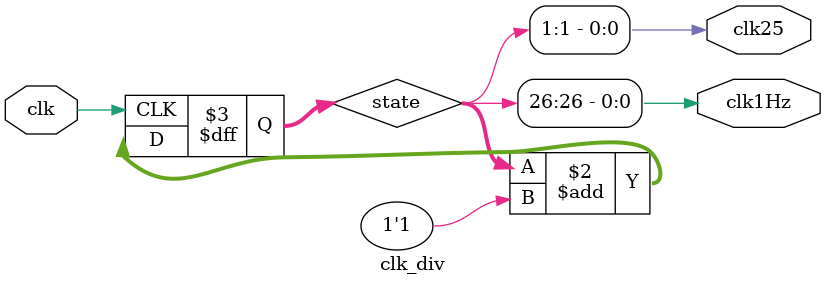
<source format=v>
`timescale 1ns / 1ps
 /* 
    Copyright (C) 2018 Tongtong, github IdlessChaya

    This program is free software; you can redistribute it and/or modify
    it under the terms of the GNU General Public License as published by
    the Free Software Foundation; either version 2 of the License, or
    (at your option) any later version.

    This program is distributed in the hope that it will be useful,
    but WITHOUT ANY WARRANTY; without even the implied warranty of
    MERCHANTABILITY or FITNESS FOR A PARTICULAR PURPOSE.  See the
    GNU General Public License for more details.

    You should have received a copy of the GNU General Public License along
    with this program; if not, write to the Free Software Foundation, Inc.,
    51 Franklin Street, Fifth Floor, Boston, MA 02110-1301 USA.
*/


module clk_div(
    input clk,
    output clk25,
    output clk1Hz
    );
reg [27:0]state;
always@(posedge clk)
begin
  state <= state+1'b1;
end
assign clk25=state[1];
assign clk1Hz=state[26];
endmodule

</source>
